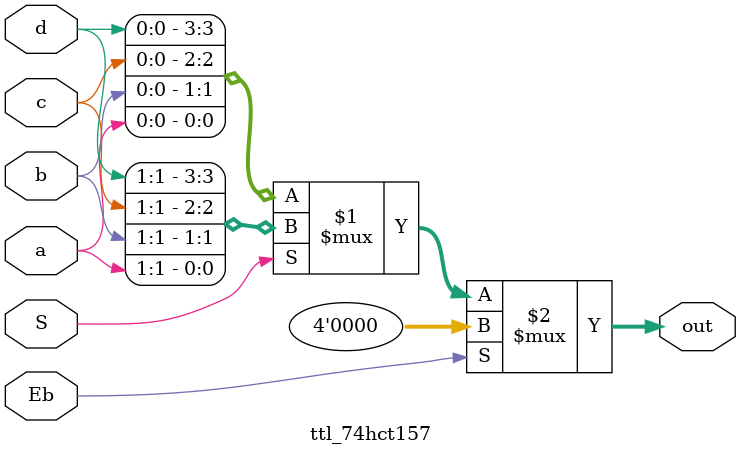
<source format=v>
module ttl_74hct157(
	input [1:0] d,
	input [1:0] c,
	input [1:0] b,
	input [1:0] a,
	input S,
	input Eb,
	output [3:0] out
);

assign #18 out = Eb ? 4'h0 : (S ? {d[1], c[1], b[1], a[1]} : {d[0], c[0], b[0], a[0]});

endmodule

</source>
